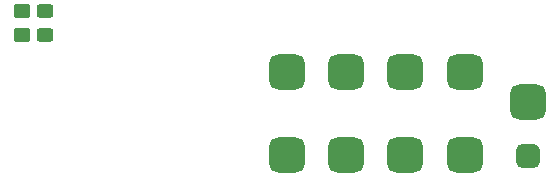
<source format=gbr>
%TF.GenerationSoftware,KiCad,Pcbnew,(6.0.1)*%
%TF.CreationDate,2022-02-21T19:23:01-07:00*%
%TF.ProjectId,MShaw_4gbNandExtensionQSB_V2,4d536861-775f-4346-9762-4e616e644578,rev?*%
%TF.SameCoordinates,Original*%
%TF.FileFunction,Paste,Top*%
%TF.FilePolarity,Positive*%
%FSLAX46Y46*%
G04 Gerber Fmt 4.6, Leading zero omitted, Abs format (unit mm)*
G04 Created by KiCad (PCBNEW (6.0.1)) date 2022-02-21 19:23:01*
%MOMM*%
%LPD*%
G01*
G04 APERTURE LIST*
G04 Aperture macros list*
%AMRoundRect*
0 Rectangle with rounded corners*
0 $1 Rounding radius*
0 $2 $3 $4 $5 $6 $7 $8 $9 X,Y pos of 4 corners*
0 Add a 4 corners polygon primitive as box body*
4,1,4,$2,$3,$4,$5,$6,$7,$8,$9,$2,$3,0*
0 Add four circle primitives for the rounded corners*
1,1,$1+$1,$2,$3*
1,1,$1+$1,$4,$5*
1,1,$1+$1,$6,$7*
1,1,$1+$1,$8,$9*
0 Add four rect primitives between the rounded corners*
20,1,$1+$1,$2,$3,$4,$5,0*
20,1,$1+$1,$4,$5,$6,$7,0*
20,1,$1+$1,$6,$7,$8,$9,0*
20,1,$1+$1,$8,$9,$2,$3,0*%
G04 Aperture macros list end*
%ADD10RoundRect,0.750000X0.750000X-0.750000X0.750000X0.750000X-0.750000X0.750000X-0.750000X-0.750000X0*%
%ADD11RoundRect,0.750000X-0.750000X-0.750000X0.750000X-0.750000X0.750000X0.750000X-0.750000X0.750000X0*%
%ADD12RoundRect,0.500000X-0.500000X-0.500000X0.500000X-0.500000X0.500000X0.500000X-0.500000X0.500000X0*%
%ADD13RoundRect,0.250000X0.450000X-0.350000X0.450000X0.350000X-0.450000X0.350000X-0.450000X-0.350000X0*%
%ADD14RoundRect,0.250000X0.450000X-0.325000X0.450000X0.325000X-0.450000X0.325000X-0.450000X-0.325000X0*%
G04 APERTURE END LIST*
D10*
%TO.C,J4*%
X106560000Y-74330000D03*
X106560000Y-67330000D03*
X111560000Y-74330000D03*
X111560000Y-67330000D03*
X116560000Y-74330000D03*
X116560000Y-67330000D03*
X121560000Y-74330000D03*
X121560000Y-67330000D03*
%TD*%
D11*
%TO.C,J5*%
X126960000Y-69880000D03*
D12*
X126960000Y-74420000D03*
%TD*%
D13*
%TO.C,R1*%
X84060000Y-64130000D03*
X84060000Y-62130000D03*
%TD*%
D14*
%TO.C,D1*%
X86060000Y-64155000D03*
X86060000Y-62105000D03*
%TD*%
M02*

</source>
